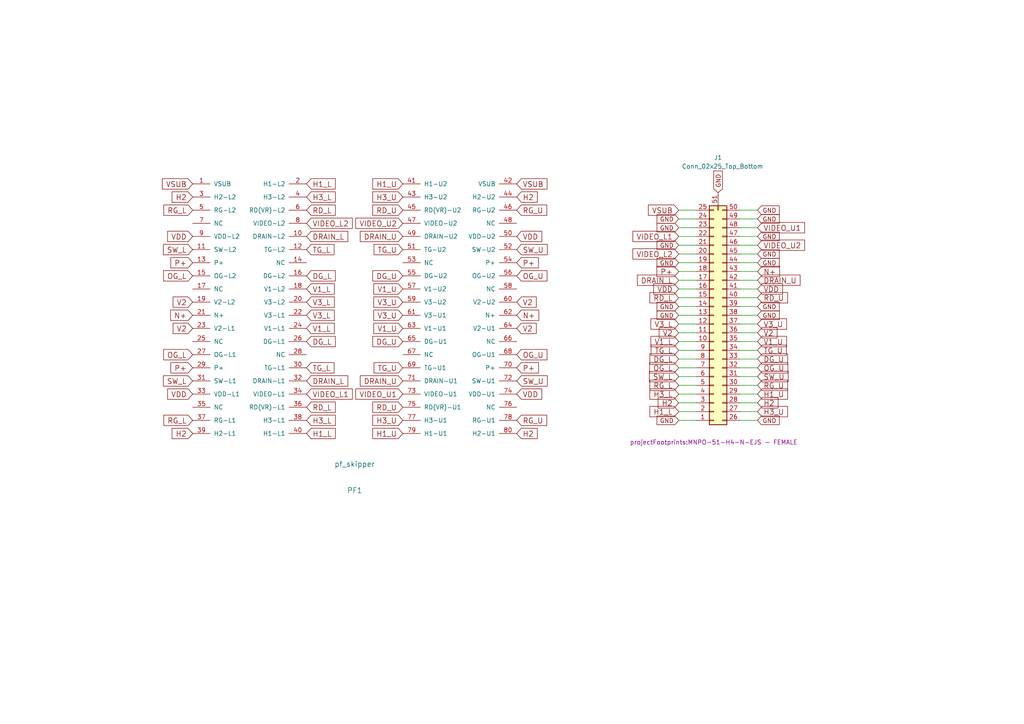
<source format=kicad_sch>
(kicad_sch (version 20230121) (generator eeschema)
  (paper "A4")
  (lib_symbols
    (symbol "Connector_Generic:Conn_02x25_Top_Bottom" (pin_names (offset 1.016) hide)
      (property "Reference" "J1" (at 1.27 -45.72 0))
      (property "Value" "Conn_02x25_Top_Bottom" (at 2.54 -43.18 0))
      (property "Footprint" "projectFootprints:MNPO-51-H4-N-EJS - FEMALE" (at 0 36.83 0))
      (symbol "Conn_02x25_Top_Bottom_1_1"
        (rectangle (start -1.27 -30.353) (end 0 -30.607) (stroke (width 0.1524)))
        (rectangle (start -1.27 -27.813) (end 0 -28.067) (stroke (width 0.1524)))
        (rectangle (start -1.27 -25.273) (end 0 -25.527) (stroke (width 0.1524)))
        (rectangle (start -1.27 -22.733) (end 0 -22.987) (stroke (width 0.1524)))
        (rectangle (start -1.27 -20.193) (end 0 -20.447) (stroke (width 0.1524)))
        (rectangle (start -1.27 -17.653) (end 0 -17.907) (stroke (width 0.1524)))
        (rectangle (start -1.27 -15.113) (end 0 -15.367) (stroke (width 0.1524)))
        (rectangle (start -1.27 -12.573) (end 0 -12.827) (stroke (width 0.1524)))
        (rectangle (start -1.27 -10.033) (end 0 -10.287) (stroke (width 0.1524)))
        (rectangle (start -1.27 -7.493) (end 0 -7.747) (stroke (width 0.1524)))
        (rectangle (start -1.27 -4.953) (end 0 -5.207) (stroke (width 0.1524)))
        (rectangle (start -1.27 -2.413) (end 0 -2.667) (stroke (width 0.1524)))
        (rectangle (start -1.27 0.127) (end 0 -0.127) (stroke (width 0.1524)))
        (rectangle (start -1.27 2.667) (end 0 2.413) (stroke (width 0.1524)))
        (rectangle (start -1.27 5.207) (end 0 4.953) (stroke (width 0.1524)))
        (rectangle (start -1.27 7.747) (end 0 7.493) (stroke (width 0.1524)))
        (rectangle (start -1.27 10.287) (end 0 10.033) (stroke (width 0.1524)))
        (rectangle (start -1.27 12.827) (end 0 12.573) (stroke (width 0.1524)))
        (rectangle (start -1.27 15.367) (end 0 15.113) (stroke (width 0.1524)))
        (rectangle (start -1.27 17.907) (end 0 17.653) (stroke (width 0.1524)))
        (rectangle (start -1.27 20.447) (end 0 20.193) (stroke (width 0.1524)))
        (rectangle (start -1.27 22.987) (end 0 22.733) (stroke (width 0.1524)))
        (rectangle (start -1.27 25.527) (end 0 25.273) (stroke (width 0.1524)))
        (rectangle (start -1.27 28.067) (end 0 27.813) (stroke (width 0.1524)))
        (rectangle (start -1.27 30.607) (end 0 30.353) (stroke (width 0.1524)))
        (rectangle (start -1.27 31.75) (end 3.81 -31.75) (stroke (width 0.254)) (fill (type background)))
        (rectangle (start 1.397 -30.48) (end 1.143 -31.75) (stroke (width 0.1524)))
        (rectangle (start 2.54 -30.353) (end 3.81 -30.607) (stroke (width 0.1524)))
        (rectangle (start 3.81 -27.813) (end 2.54 -28.067) (stroke (width 0.1524)))
        (rectangle (start 3.81 -25.273) (end 2.54 -25.527) (stroke (width 0.1524)))
        (rectangle (start 3.81 -22.733) (end 2.54 -22.987) (stroke (width 0.1524)))
        (rectangle (start 3.81 -20.193) (end 2.54 -20.447) (stroke (width 0.1524)))
        (rectangle (start 3.81 -17.653) (end 2.54 -17.907) (stroke (width 0.1524)))
        (rectangle (start 3.81 -15.113) (end 2.54 -15.367) (stroke (width 0.1524)))
        (rectangle (start 3.81 -12.573) (end 2.54 -12.827) (stroke (width 0.1524)))
        (rectangle (start 3.81 -10.033) (end 2.54 -10.287) (stroke (width 0.1524)))
        (rectangle (start 3.81 -7.493) (end 2.54 -7.747) (stroke (width 0.1524)))
        (rectangle (start 3.81 -4.953) (end 2.54 -5.207) (stroke (width 0.1524)))
        (rectangle (start 3.81 -2.413) (end 2.54 -2.667) (stroke (width 0.1524)))
        (rectangle (start 3.81 0.127) (end 2.54 -0.127) (stroke (width 0.1524)))
        (rectangle (start 3.81 2.667) (end 2.54 2.413) (stroke (width 0.1524)))
        (rectangle (start 3.81 5.207) (end 2.54 4.953) (stroke (width 0.1524)))
        (rectangle (start 3.81 7.747) (end 2.54 7.493) (stroke (width 0.1524)))
        (rectangle (start 3.81 10.287) (end 2.54 10.033) (stroke (width 0.1524)))
        (rectangle (start 3.81 12.827) (end 2.54 12.573) (stroke (width 0.1524)))
        (rectangle (start 3.81 15.367) (end 2.54 15.113) (stroke (width 0.1524)))
        (rectangle (start 3.81 17.907) (end 2.54 17.653) (stroke (width 0.1524)))
        (rectangle (start 3.81 20.447) (end 2.54 20.193) (stroke (width 0.1524)))
        (rectangle (start 3.81 22.987) (end 2.54 22.733) (stroke (width 0.1524)))
        (rectangle (start 3.81 25.527) (end 2.54 25.273) (stroke (width 0.1524)))
        (rectangle (start 3.81 28.067) (end 2.54 27.813) (stroke (width 0.1524)))
        (rectangle (start 3.81 30.607) (end 2.54 30.353) (stroke (width 0.1524)))
        (pin passive line (at -5.08 30.48 0) (length 3.81) (name "Pin_1") (number "1"))
        (pin passive line (at -5.08 7.62 0) (length 3.81) (name "Pin_10") (number "10"))
        (pin passive line (at -5.08 5.08 0) (length 3.81) (name "Pin_11") (number "11"))
        (pin passive line (at -5.08 2.54 0) (length 3.81) (name "Pin_12") (number "12"))
        (pin passive line (at -5.08 0 0) (length 3.81) (name "Pin_13") (number "13"))
        (pin passive line (at -5.08 -2.54 0) (length 3.81) (name "Pin_14") (number "14"))
        (pin passive line (at -5.08 -5.08 0) (length 3.81) (name "Pin_15") (number "15"))
        (pin passive line (at -5.08 -7.62 0) (length 3.81) (name "Pin_16") (number "16"))
        (pin passive line (at -5.08 -10.16 0) (length 3.81) (name "Pin_17") (number "17"))
        (pin passive line (at -5.08 -12.7 0) (length 3.81) (name "Pin_18") (number "18"))
        (pin passive line (at -5.08 -15.24 0) (length 3.81) (name "Pin_19") (number "19"))
        (pin passive line (at -5.08 27.94 0) (length 3.81) (name "Pin_2") (number "2"))
        (pin passive line (at -5.08 -17.78 0) (length 3.81) (name "Pin_20") (number "20"))
        (pin passive line (at -5.08 -20.32 0) (length 3.81) (name "Pin_21") (number "21"))
        (pin passive line (at -5.08 -22.86 0) (length 3.81) (name "Pin_22") (number "22"))
        (pin passive line (at -5.08 -25.4 0) (length 3.81) (name "Pin_23") (number "23"))
        (pin passive line (at -5.08 -27.94 0) (length 3.81) (name "Pin_24") (number "24"))
        (pin passive line (at -5.08 -30.48 0) (length 3.81) (name "Pin_25") (number "25"))
        (pin passive line (at 7.62 30.48 180) (length 3.81) (name "Pin_26") (number "26"))
        (pin passive line (at 7.62 27.94 180) (length 3.81) (name "Pin_27") (number "27"))
        (pin passive line (at 7.62 25.4 180) (length 3.81) (name "Pin_28") (number "28"))
        (pin passive line (at 7.62 22.86 180) (length 3.81) (name "Pin_29") (number "29"))
        (pin passive line (at -5.08 25.4 0) (length 3.81) (name "Pin_3") (number "3"))
        (pin passive line (at 7.62 20.32 180) (length 3.81) (name "Pin_30") (number "30"))
        (pin passive line (at 7.62 17.78 180) (length 3.81) (name "Pin_31") (number "31"))
        (pin passive line (at 7.62 15.24 180) (length 3.81) (name "Pin_32") (number "32"))
        (pin passive line (at 7.62 12.7 180) (length 3.81) (name "Pin_33") (number "33"))
        (pin passive line (at 7.62 10.16 180) (length 3.81) (name "Pin_34") (number "34"))
        (pin passive line (at 7.62 7.62 180) (length 3.81) (name "Pin_35") (number "35"))
        (pin passive line (at 7.62 5.08 180) (length 3.81) (name "Pin_36") (number "36"))
        (pin passive line (at 7.62 2.54 180) (length 3.81) (name "Pin_37") (number "37"))
        (pin passive line (at 7.62 0 180) (length 3.81) (name "Pin_38") (number "38"))
        (pin passive line (at 7.62 -2.54 180) (length 3.81) (name "Pin_39") (number "39"))
        (pin passive line (at -5.08 22.86 0) (length 3.81) (name "Pin_4") (number "4"))
        (pin passive line (at 7.62 -5.08 180) (length 3.81) (name "Pin_40") (number "40"))
        (pin passive line (at 7.62 -7.62 180) (length 3.81) (name "Pin_41") (number "41"))
        (pin passive line (at 7.62 -10.16 180) (length 3.81) (name "Pin_42") (number "42"))
        (pin passive line (at 7.62 -12.7 180) (length 3.81) (name "Pin_43") (number "43"))
        (pin passive line (at 7.62 -15.24 180) (length 3.81) (name "Pin_44") (number "44"))
        (pin passive line (at 7.62 -17.78 180) (length 3.81) (name "Pin_45") (number "45"))
        (pin passive line (at 7.62 -20.32 180) (length 3.81) (name "Pin_46") (number "46"))
        (pin passive line (at 7.62 -22.86 180) (length 3.81) (name "Pin_47") (number "47"))
        (pin passive line (at 7.62 -25.4 180) (length 3.81) (name "Pin_48") (number "48"))
        (pin passive line (at 7.62 -27.94 180) (length 3.81) (name "Pin_49") (number "49"))
        (pin passive line (at -5.08 20.32 0) (length 3.81) (name "Pin_5") (number "5"))
        (pin passive line (at 7.62 -30.48 180) (length 3.81) (name "Pin_50") (number "50"))
        (pin passive line (at 1.27 -35.56 90) (length 3.81) (name "Pin_50") (number "51"))
        (pin passive line (at -5.08 17.78 0) (length 3.81) (name "Pin_6") (number "6"))
        (pin passive line (at -5.08 15.24 0) (length 3.81) (name "Pin_7") (number "7"))
        (pin passive line (at -5.08 12.7 0) (length 3.81) (name "Pin_8") (number "8"))
        (pin passive line (at -5.08 10.16 0) (length 3.81) (name "Pin_9") (number "9"))
      )
    )
    (symbol "PF4flexTest-rescue:pf_skipper" (pin_names (offset 1.016))
      (property "Reference" "PF" (at 0 -50.8 0))
      (property "Value" "pf_skipper" (at 0 -43.18 0))
      (symbol "pf_skipper_1_1"
        (pin input line (at -46.99 38.1 0) (length 5.08) (name "VSUB") (number "1"))
        (pin input line (at -13.97 22.86 180) (length 5.08) (name "DRAIN-L2") (number "10"))
        (pin input line (at -46.99 19.05 0) (length 5.08) (name "SW-L2") (number "11"))
        (pin input line (at -13.97 19.05 180) (length 5.08) (name "TG-L2") (number "12"))
        (pin input line (at -46.99 15.24 0) (length 5.08) (name "P+") (number "13"))
        (pin input line (at -13.97 15.24 180) (length 5.08) (name "NC") (number "14"))
        (pin input line (at -46.99 11.43 0) (length 5.08) (name "OG-L2") (number "15"))
        (pin input line (at -13.97 11.43 180) (length 5.08) (name "DG-L2") (number "16"))
        (pin input line (at -46.99 7.62 0) (length 5.08) (name "NC") (number "17"))
        (pin input line (at -13.97 7.62 180) (length 5.08) (name "V1-L2") (number "18"))
        (pin input line (at -46.99 3.81 0) (length 5.08) (name "V2-L2") (number "19"))
        (pin input line (at -13.97 38.1 180) (length 5.08) (name "H1-L2") (number "2"))
        (pin input line (at -13.97 3.81 180) (length 5.08) (name "V3-L2") (number "20"))
        (pin input line (at -46.99 0 0) (length 5.08) (name "N+") (number "21"))
        (pin input line (at -13.97 0 180) (length 5.08) (name "V3-L1") (number "22"))
        (pin input line (at -46.99 -3.81 0) (length 5.08) (name "V2-L1") (number "23"))
        (pin input line (at -13.97 -3.81 180) (length 5.08) (name "V1-L1") (number "24"))
        (pin input line (at -46.99 -7.62 0) (length 5.08) (name "NC") (number "25"))
        (pin input line (at -13.97 -7.62 180) (length 5.08) (name "DG-L1") (number "26"))
        (pin input line (at -46.99 -11.43 0) (length 5.08) (name "OG-L1") (number "27"))
        (pin input line (at -13.97 -11.43 180) (length 5.08) (name "NC") (number "28"))
        (pin input line (at -46.99 -15.24 0) (length 5.08) (name "P+") (number "29"))
        (pin input line (at -46.99 34.29 0) (length 5.08) (name "H2-L2") (number "3"))
        (pin input line (at -13.97 -15.24 180) (length 5.08) (name "TG-L1") (number "30"))
        (pin input line (at -46.99 -19.05 0) (length 5.08) (name "SW-L1") (number "31"))
        (pin input line (at -13.97 -19.05 180) (length 5.08) (name "DRAIN-L1") (number "32"))
        (pin input line (at -46.99 -22.86 0) (length 5.08) (name "VDD-L1") (number "33"))
        (pin input line (at -13.97 -22.86 180) (length 5.08) (name "VIDEO-L1") (number "34"))
        (pin input line (at -46.99 -26.67 0) (length 5.08) (name "NC") (number "35"))
        (pin input line (at -13.97 -26.67 180) (length 5.08) (name "RD(VR)-L1") (number "36"))
        (pin input line (at -46.99 -30.48 0) (length 5.08) (name "RG-L1") (number "37"))
        (pin input line (at -13.97 -30.48 180) (length 5.08) (name "H3-L1") (number "38"))
        (pin input line (at -46.99 -34.29 0) (length 5.08) (name "H2-L1") (number "39"))
        (pin input line (at -13.97 34.29 180) (length 5.08) (name "H3-L2") (number "4"))
        (pin input line (at -13.97 -34.29 180) (length 5.08) (name "H1-L1") (number "40"))
        (pin input line (at 13.97 38.1 0) (length 5.08) (name "H1-U2") (number "41"))
        (pin input line (at 46.99 38.1 180) (length 5.08) (name "VSUB") (number "42"))
        (pin input line (at 13.97 34.29 0) (length 5.08) (name "H3-U2") (number "43"))
        (pin input line (at 46.99 34.29 180) (length 5.08) (name "H2-U2") (number "44"))
        (pin input line (at 13.97 30.48 0) (length 5.08) (name "RD(VR)-U2") (number "45"))
        (pin input line (at 46.99 30.48 180) (length 5.08) (name "RG-U2") (number "46"))
        (pin input line (at 13.97 26.67 0) (length 5.08) (name "VIDEO-U2") (number "47"))
        (pin input line (at 46.99 26.67 180) (length 5.08) (name "NC") (number "48"))
        (pin input line (at 13.97 22.86 0) (length 5.08) (name "DRAIN-U2") (number "49"))
        (pin input line (at -46.99 30.48 0) (length 5.08) (name "RG-L2") (number "5"))
        (pin input line (at 46.99 22.86 180) (length 5.08) (name "VDD-U2") (number "50"))
        (pin input line (at 13.97 19.05 0) (length 5.08) (name "TG-U2") (number "51"))
        (pin input line (at 46.99 19.05 180) (length 5.08) (name "SW-U2") (number "52"))
        (pin input line (at 13.97 15.24 0) (length 5.08) (name "NC") (number "53"))
        (pin input line (at 46.99 15.24 180) (length 5.08) (name "P+") (number "54"))
        (pin input line (at 13.97 11.43 0) (length 5.08) (name "DG-U2") (number "55"))
        (pin input line (at 46.99 11.43 180) (length 5.08) (name "OG-U2") (number "56"))
        (pin input line (at 13.97 7.62 0) (length 5.08) (name "V1-U2") (number "57"))
        (pin input line (at 46.99 7.62 180) (length 5.08) (name "NC") (number "58"))
        (pin input line (at 13.97 3.81 0) (length 5.08) (name "V3-U2") (number "59"))
        (pin input line (at -13.97 30.48 180) (length 5.08) (name "RD(VR)-L2") (number "6"))
        (pin input line (at 46.99 3.81 180) (length 5.08) (name "V2-U2") (number "60"))
        (pin input line (at 13.97 0 0) (length 5.08) (name "V3-U1") (number "61"))
        (pin input line (at 46.99 0 180) (length 5.08) (name "N+") (number "62"))
        (pin input line (at 13.97 -3.81 0) (length 5.08) (name "V1-U1") (number "63"))
        (pin input line (at 46.99 -3.81 180) (length 5.08) (name "V2-U1") (number "64"))
        (pin input line (at 13.97 -7.62 0) (length 5.08) (name "DG-U1") (number "65"))
        (pin input line (at 46.99 -7.62 180) (length 5.08) (name "NC") (number "66"))
        (pin input line (at 13.97 -11.43 0) (length 5.08) (name "NC") (number "67"))
        (pin input line (at 46.99 -11.43 180) (length 5.08) (name "OG-U1") (number "68"))
        (pin input line (at 13.97 -15.24 0) (length 5.08) (name "TG-U1") (number "69"))
        (pin input line (at -46.99 26.67 0) (length 5.08) (name "NC") (number "7"))
        (pin input line (at 46.99 -15.24 180) (length 5.08) (name "P+") (number "70"))
        (pin input line (at 13.97 -19.05 0) (length 5.08) (name "DRAIN-U1") (number "71"))
        (pin input line (at 46.99 -19.05 180) (length 5.08) (name "SW-U1") (number "72"))
        (pin input line (at 13.97 -22.86 0) (length 5.08) (name "VIDEO-U1") (number "73"))
        (pin input line (at 46.99 -22.86 180) (length 5.08) (name "VDD-U1") (number "74"))
        (pin input line (at 13.97 -26.67 0) (length 5.08) (name "RD(VR)-U1") (number "75"))
        (pin input line (at 46.99 -26.67 180) (length 5.08) (name "NC") (number "76"))
        (pin input line (at 13.97 -30.48 0) (length 5.08) (name "H3-U1") (number "77"))
        (pin input line (at 46.99 -30.48 180) (length 5.08) (name "RG-U1") (number "78"))
        (pin input line (at 13.97 -34.29 0) (length 5.08) (name "H1-U1") (number "79"))
        (pin input line (at -13.97 26.67 180) (length 5.08) (name "VIDEO-L2") (number "8"))
        (pin input line (at 46.99 -34.29 180) (length 5.08) (name "H2-U1") (number "80"))
        (pin input line (at -46.99 22.86 0) (length 5.08) (name "VDD-L2") (number "9"))
      )
    )
  )
  (wire (pts (xy 214.63 99.06) (xy 219.71 99.06)))
  (wire (pts (xy 201.93 109.22) (xy 196.85 109.22)))
  (wire (pts (xy 214.63 109.22) (xy 219.71 109.22)))
  (wire (pts (xy 219.71 73.66) (xy 214.63 73.66)))
  (wire (pts (xy 214.63 76.2) (xy 219.71 76.2)))
  (wire (pts (xy 219.71 81.28) (xy 214.63 81.28)))
  (wire (pts (xy 201.93 73.66) (xy 196.85 73.66)))
  (wire (pts (xy 214.63 104.14) (xy 219.71 104.14)))
  (wire (pts (xy 219.71 86.36) (xy 214.63 86.36)))
  (wire (pts (xy 201.93 101.6) (xy 196.85 101.6)))
  (wire (pts (xy 214.63 119.38) (xy 219.71 119.38)))
  (wire (pts (xy 214.63 71.12) (xy 219.71 71.12)))
  (wire (pts (xy 201.93 78.74) (xy 196.85 78.74)))
  (wire (pts (xy 201.93 81.28) (xy 196.85 81.28)))
  (wire (pts (xy 219.71 63.5) (xy 214.63 63.5)))
  (wire (pts (xy 196.85 63.5) (xy 201.93 63.5)))
  (wire (pts (xy 214.63 101.6) (xy 219.71 101.6)))
  (wire (pts (xy 196.85 104.14) (xy 201.93 104.14)))
  (wire (pts (xy 219.71 91.44) (xy 214.63 91.44)))
  (wire (pts (xy 219.71 96.52) (xy 214.63 96.52)))
  (wire (pts (xy 201.93 96.52) (xy 196.85 96.52)))
  (wire (pts (xy 196.85 88.9) (xy 201.93 88.9)))
  (wire (pts (xy 219.71 78.74) (xy 214.63 78.74)))
  (wire (pts (xy 214.63 111.76) (xy 219.71 111.76)))
  (wire (pts (xy 201.93 71.12) (xy 196.85 71.12)))
  (wire (pts (xy 196.85 121.92) (xy 201.93 121.92)))
  (wire (pts (xy 201.93 76.2) (xy 196.85 76.2)))
  (wire (pts (xy 219.71 121.92) (xy 214.63 121.92)))
  (wire (pts (xy 214.63 114.3) (xy 219.71 114.3)))
  (wire (pts (xy 201.93 66.04) (xy 196.85 66.04)))
  (wire (pts (xy 196.85 99.06) (xy 201.93 99.06)))
  (wire (pts (xy 201.93 116.84) (xy 196.85 116.84)))
  (wire (pts (xy 201.93 91.44) (xy 196.85 91.44)))
  (wire (pts (xy 196.85 68.58) (xy 201.93 68.58)))
  (wire (pts (xy 214.63 60.96) (xy 219.71 60.96)))
  (wire (pts (xy 214.63 83.82) (xy 219.71 83.82)))
  (wire (pts (xy 196.85 114.3) (xy 201.93 114.3)))
  (wire (pts (xy 196.85 93.98) (xy 201.93 93.98)))
  (wire (pts (xy 196.85 83.82) (xy 201.93 83.82)))
  (wire (pts (xy 214.63 93.98) (xy 219.71 93.98)))
  (wire (pts (xy 214.63 66.04) (xy 219.71 66.04)))
  (wire (pts (xy 201.93 86.36) (xy 196.85 86.36)))
  (wire (pts (xy 214.63 106.68) (xy 219.71 106.68)))
  (wire (pts (xy 201.93 60.96) (xy 196.85 60.96)))
  (wire (pts (xy 201.93 119.38) (xy 196.85 119.38)))
  (wire (pts (xy 219.71 68.58) (xy 214.63 68.58)))
  (wire (pts (xy 214.63 88.9) (xy 219.71 88.9)))
  (wire (pts (xy 201.93 111.76) (xy 196.85 111.76)))
  (wire (pts (xy 201.93 106.68) (xy 196.85 106.68)))
  (wire (pts (xy 219.71 116.84) (xy 214.63 116.84)))
  (global_label "N+" (shape input) (at 219.71 78.74 0) (effects (font (size 1.524 1.524))) (property "Intersheetrefs" "${INTERSHEET_REFS}" (effects hide)))
  (global_label "DRAIN_L" (shape input) (at 88.9 68.58 0) (effects (font (size 1.524 1.524))) (property "Intersheetrefs" "${INTERSHEET_REFS}" (effects hide)))
  (global_label "DRAIN_U" (shape input) (at 219.71 81.28 0) (effects (font (size 1.524 1.524))) (property "Intersheetrefs" "${INTERSHEET_REFS}" (effects hide)))
  (global_label "OG_U" (shape input) (at 149.86 102.87 0) (effects (font (size 1.524 1.524))) (property "Intersheetrefs" "${INTERSHEET_REFS}" (effects hide)))
  (global_label "V1_L" (shape input) (at 88.9 95.25 0) (effects (font (size 1.524 1.524))) (property "Intersheetrefs" "${INTERSHEET_REFS}" (effects hide)))
  (global_label "V3_L" (shape input) (at 88.9 87.63 0) (effects (font (size 1.524 1.524))) (property "Intersheetrefs" "${INTERSHEET_REFS}" (effects hide)))
  (global_label "TG_U" (shape input) (at 116.84 106.68 180) (effects (font (size 1.524 1.524))) (property "Intersheetrefs" "${INTERSHEET_REFS}" (effects hide)))
  (global_label "VDD" (shape input) (at 149.86 68.58 0) (effects (font (size 1.524 1.524))) (property "Intersheetrefs" "${INTERSHEET_REFS}" (effects hide)))
  (global_label "N+" (shape input) (at 149.86 91.44 0) (effects (font (size 1.524 1.524))) (property "Intersheetrefs" "${INTERSHEET_REFS}" (effects hide)))
  (global_label "H3_U" (shape input) (at 219.71 119.38 0) (effects (font (size 1.524 1.524))) (property "Intersheetrefs" "${INTERSHEET_REFS}" (effects hide)))
  (global_label "GND" (shape input) (at 196.85 91.44 180) (property "Intersheetrefs" "${INTERSHEET_REFS}" (effects hide)))
  (global_label "DG_L" (shape input) (at 88.9 80.01 0) (effects (font (size 1.524 1.524))) (property "Intersheetrefs" "${INTERSHEET_REFS}" (effects hide)))
  (global_label "RG_L" (shape input) (at 55.88 60.96 180) (effects (font (size 1.524 1.524))) (property "Intersheetrefs" "${INTERSHEET_REFS}" (effects hide)))
  (global_label "RD_L" (shape input) (at 88.9 118.11 0) (effects (font (size 1.524 1.524))) (property "Intersheetrefs" "${INTERSHEET_REFS}" (effects hide)))
  (global_label "GND" (shape input) (at 196.85 71.12 180) (property "Intersheetrefs" "${INTERSHEET_REFS}" (effects hide)))
  (global_label "VIDEO_U2" (shape input) (at 116.84 64.77 180) (effects (font (size 1.524 1.524))) (property "Intersheetrefs" "${INTERSHEET_REFS}" (effects hide)))
  (global_label "V3_U" (shape input) (at 116.84 87.63 180) (effects (font (size 1.524 1.524))) (property "Intersheetrefs" "${INTERSHEET_REFS}" (effects hide)))
  (global_label "V3_L" (shape input) (at 196.85 93.98 180) (effects (font (size 1.524 1.524))) (property "Intersheetrefs" "${INTERSHEET_REFS}" (effects hide)))
  (global_label "V2" (shape input) (at 55.88 87.63 180) (effects (font (size 1.524 1.524))) (property "Intersheetrefs" "${INTERSHEET_REFS}" (effects hide)))
  (global_label "V2" (shape input) (at 149.86 95.25 0) (effects (font (size 1.524 1.524))) (property "Intersheetrefs" "${INTERSHEET_REFS}" (effects hide)))
  (global_label "V3_L" (shape input) (at 88.9 91.44 0) (effects (font (size 1.524 1.524))) (property "Intersheetrefs" "${INTERSHEET_REFS}" (effects hide)))
  (global_label "OG_L" (shape input) (at 55.88 80.01 180) (effects (font (size 1.524 1.524))) (property "Intersheetrefs" "${INTERSHEET_REFS}" (effects hide)))
  (global_label "GND" (shape input) (at 219.71 73.66 0) (property "Intersheetrefs" "${INTERSHEET_REFS}" (effects hide)))
  (global_label "VSUB" (shape input) (at 196.85 60.96 180) (effects (font (size 1.524 1.524))) (property "Intersheetrefs" "${INTERSHEET_REFS}" (effects hide)))
  (global_label "H3_U" (shape input) (at 116.84 121.92 180) (effects (font (size 1.524 1.524))) (property "Intersheetrefs" "${INTERSHEET_REFS}" (effects hide)))
  (global_label "V2" (shape input) (at 55.88 95.25 180) (effects (font (size 1.524 1.524))) (property "Intersheetrefs" "${INTERSHEET_REFS}" (effects hide)))
  (global_label "GND" (shape input) (at 196.85 63.5 180) (property "Intersheetrefs" "${INTERSHEET_REFS}" (effects hide)))
  (global_label "VDD" (shape input) (at 196.85 83.82 180) (effects (font (size 1.524 1.524))) (property "Intersheetrefs" "${INTERSHEET_REFS}" (effects hide)))
  (global_label "RG_L" (shape input) (at 55.88 121.92 180) (effects (font (size 1.524 1.524))) (property "Intersheetrefs" "${INTERSHEET_REFS}" (effects hide)))
  (global_label "H2" (shape input) (at 149.86 125.73 0) (effects (font (size 1.524 1.524))) (property "Intersheetrefs" "${INTERSHEET_REFS}" (effects hide)))
  (global_label "H1_L" (shape input) (at 88.9 125.73 0) (effects (font (size 1.524 1.524))) (property "Intersheetrefs" "${INTERSHEET_REFS}" (effects hide)))
  (global_label "GND" (shape input) (at 219.71 121.92 0) (property "Intersheetrefs" "${INTERSHEET_REFS}" (effects hide)))
  (global_label "N+" (shape input) (at 55.88 91.44 180) (effects (font (size 1.524 1.524))) (property "Intersheetrefs" "${INTERSHEET_REFS}" (effects hide)))
  (global_label "DRAIN_U" (shape input) (at 116.84 110.49 180) (effects (font (size 1.524 1.524))) (property "Intersheetrefs" "${INTERSHEET_REFS}" (effects hide)))
  (global_label "OG_L" (shape input) (at 55.88 102.87 180) (effects (font (size 1.524 1.524))) (property "Intersheetrefs" "${INTERSHEET_REFS}" (effects hide)))
  (global_label "RG_U" (shape input) (at 219.71 111.76 0) (effects (font (size 1.524 1.524))) (property "Intersheetrefs" "${INTERSHEET_REFS}" (effects hide)))
  (global_label "DRAIN_L" (shape input) (at 196.85 81.28 180) (effects (font (size 1.524 1.524))) (property "Intersheetrefs" "${INTERSHEET_REFS}" (effects hide)))
  (global_label "VIDEO_L2" (shape input) (at 196.85 73.66 180) (effects (font (size 1.524 1.524))) (property "Intersheetrefs" "${INTERSHEET_REFS}" (effects hide)))
  (global_label "DRAIN_L" (shape input) (at 88.9 110.49 0) (effects (font (size 1.524 1.524))) (property "Intersheetrefs" "${INTERSHEET_REFS}" (effects hide)))
  (global_label "RG_U" (shape input) (at 149.86 60.96 0) (effects (font (size 1.524 1.524))) (property "Intersheetrefs" "${INTERSHEET_REFS}" (effects hide)))
  (global_label "GND" (shape input) (at 219.71 60.96 0) (property "Intersheetrefs" "${INTERSHEET_REFS}" (effects hide)))
  (global_label "P+" (shape input) (at 55.88 76.2 180) (effects (font (size 1.524 1.524))) (property "Intersheetrefs" "${INTERSHEET_REFS}" (effects hide)))
  (global_label "DG_U" (shape input) (at 219.71 104.14 0) (effects (font (size 1.524 1.524))) (property "Intersheetrefs" "${INTERSHEET_REFS}" (effects hide)))
  (global_label "V2" (shape input) (at 219.71 96.52 0) (effects (font (size 1.524 1.524))) (property "Intersheetrefs" "${INTERSHEET_REFS}" (effects hide)))
  (global_label "OG_U" (shape input) (at 149.86 80.01 0) (effects (font (size 1.524 1.524))) (property "Intersheetrefs" "${INTERSHEET_REFS}" (effects hide)))
  (global_label "GND" (shape input) (at 208.28 55.88 90) (property "Intersheetrefs" "${INTERSHEET_REFS}" (effects hide)))
  (global_label "H3_L" (shape input) (at 88.9 121.92 0) (effects (font (size 1.524 1.524))) (property "Intersheetrefs" "${INTERSHEET_REFS}" (effects hide)))
  (global_label "DG_U" (shape input) (at 116.84 80.01 180) (effects (font (size 1.524 1.524))) (property "Intersheetrefs" "${INTERSHEET_REFS}" (effects hide)))
  (global_label "V1_U" (shape input) (at 116.84 95.25 180) (effects (font (size 1.524 1.524))) (property "Intersheetrefs" "${INTERSHEET_REFS}" (effects hide)))
  (global_label "TG_U" (shape input) (at 219.71 101.6 0) (effects (font (size 1.524 1.524))) (property "Intersheetrefs" "${INTERSHEET_REFS}" (effects hide)))
  (global_label "H1_U" (shape input) (at 219.71 114.3 0) (effects (font (size 1.524 1.524))) (property "Intersheetrefs" "${INTERSHEET_REFS}" (effects hide)))
  (global_label "V1_U" (shape input) (at 116.84 83.82 180) (effects (font (size 1.524 1.524))) (property "Intersheetrefs" "${INTERSHEET_REFS}" (effects hide)))
  (global_label "H2" (shape input) (at 219.71 116.84 0) (effects (font (size 1.524 1.524))) (property "Intersheetrefs" "${INTERSHEET_REFS}" (effects hide)))
  (global_label "P+" (shape input) (at 149.86 76.2 0) (effects (font (size 1.524 1.524))) (property "Intersheetrefs" "${INTERSHEET_REFS}" (effects hide)))
  (global_label "VIDEO_U2" (shape input) (at 219.71 71.12 0) (effects (font (size 1.524 1.524))) (property "Intersheetrefs" "${INTERSHEET_REFS}" (effects hide)))
  (global_label "P+" (shape input) (at 196.85 78.74 180) (effects (font (size 1.524 1.524))) (property "Intersheetrefs" "${INTERSHEET_REFS}" (effects hide)))
  (global_label "DG_L" (shape input) (at 88.9 99.06 0) (effects (font (size 1.524 1.524))) (property "Intersheetrefs" "${INTERSHEET_REFS}" (effects hide)))
  (global_label "H2" (shape input) (at 55.88 125.73 180) (effects (font (size 1.524 1.524))) (property "Intersheetrefs" "${INTERSHEET_REFS}" (effects hide)))
  (global_label "RG_U" (shape input) (at 149.86 121.92 0) (effects (font (size 1.524 1.524))) (property "Intersheetrefs" "${INTERSHEET_REFS}" (effects hide)))
  (global_label "DRAIN_U" (shape input) (at 116.84 68.58 180) (effects (font (size 1.524 1.524))) (property "Intersheetrefs" "${INTERSHEET_REFS}" (effects hide)))
  (global_label "SW_L" (shape input) (at 196.85 109.22 180) (effects (font (size 1.524 1.524))) (property "Intersheetrefs" "${INTERSHEET_REFS}" (effects hide)))
  (global_label "H2" (shape input) (at 196.85 116.84 180) (effects (font (size 1.524 1.524))) (property "Intersheetrefs" "${INTERSHEET_REFS}" (effects hide)))
  (global_label "SW_L" (shape input) (at 55.88 72.39 180) (effects (font (size 1.524 1.524))) (property "Intersheetrefs" "${INTERSHEET_REFS}" (effects hide)))
  (global_label "SW_U" (shape input) (at 149.86 72.39 0) (effects (font (size 1.524 1.524))) (property "Intersheetrefs" "${INTERSHEET_REFS}" (effects hide)))
  (global_label "TG_L" (shape input) (at 88.9 72.39 0) (effects (font (size 1.524 1.524))) (property "Intersheetrefs" "${INTERSHEET_REFS}" (effects hide)))
  (global_label "GND" (shape input) (at 196.85 76.2 180) (property "Intersheetrefs" "${INTERSHEET_REFS}" (effects hide)))
  (global_label "OG_L" (shape input) (at 196.85 106.68 180) (effects (font (size 1.524 1.524))) (property "Intersheetrefs" "${INTERSHEET_REFS}" (effects hide)))
  (global_label "VDD" (shape input) (at 55.88 114.3 180) (effects (font (size 1.524 1.524))) (property "Intersheetrefs" "${INTERSHEET_REFS}" (effects hide)))
  (global_label "VIDEO_L2" (shape input) (at 88.9 64.77 0) (effects (font (size 1.524 1.524))) (property "Intersheetrefs" "${INTERSHEET_REFS}" (effects hide)))
  (global_label "RG_L" (shape input) (at 196.85 111.76 180) (effects (font (size 1.524 1.524))) (property "Intersheetrefs" "${INTERSHEET_REFS}" (effects hide)))
  (global_label "VIDEO_U1" (shape input) (at 219.71 66.04 0) (effects (font (size 1.524 1.524))) (property "Intersheetrefs" "${INTERSHEET_REFS}" (effects hide)))
  (global_label "GND" (shape input) (at 219.71 91.44 0) (property "Intersheetrefs" "${INTERSHEET_REFS}" (effects hide)))
  (global_label "P+" (shape input) (at 55.88 106.68 180) (effects (font (size 1.524 1.524))) (property "Intersheetrefs" "${INTERSHEET_REFS}" (effects hide)))
  (global_label "TG_L" (shape input) (at 196.85 101.6 180) (effects (font (size 1.524 1.524))) (property "Intersheetrefs" "${INTERSHEET_REFS}" (effects hide)))
  (global_label "DG_L" (shape input) (at 196.85 104.14 180) (effects (font (size 1.524 1.524))) (property "Intersheetrefs" "${INTERSHEET_REFS}" (effects hide)))
  (global_label "H2" (shape input) (at 55.88 57.15 180) (effects (font (size 1.524 1.524))) (property "Intersheetrefs" "${INTERSHEET_REFS}" (effects hide)))
  (global_label "RD_L" (shape input) (at 88.9 60.96 0) (effects (font (size 1.524 1.524))) (property "Intersheetrefs" "${INTERSHEET_REFS}" (effects hide)))
  (global_label "OG_U" (shape input) (at 219.71 106.68 0) (effects (font (size 1.524 1.524))) (property "Intersheetrefs" "${INTERSHEET_REFS}" (effects hide)))
  (global_label "GND" (shape input) (at 196.85 66.04 180) (property "Intersheetrefs" "${INTERSHEET_REFS}" (effects hide)))
  (global_label "DG_U" (shape input) (at 116.84 99.06 180) (effects (font (size 1.524 1.524))) (property "Intersheetrefs" "${INTERSHEET_REFS}" (effects hide)))
  (global_label "V3_U" (shape input) (at 116.84 91.44 180) (effects (font (size 1.524 1.524))) (property "Intersheetrefs" "${INTERSHEET_REFS}" (effects hide)))
  (global_label "H3_L" (shape input) (at 196.85 114.3 180) (effects (font (size 1.524 1.524))) (property "Intersheetrefs" "${INTERSHEET_REFS}" (effects hide)))
  (global_label "SW_U" (shape input) (at 219.71 109.22 0) (effects (font (size 1.524 1.524))) (property "Intersheetrefs" "${INTERSHEET_REFS}" (effects hide)))
  (global_label "SW_L" (shape input) (at 55.88 110.49 180) (effects (font (size 1.524 1.524))) (property "Intersheetrefs" "${INTERSHEET_REFS}" (effects hide)))
  (global_label "H2" (shape input) (at 149.86 57.15 0) (effects (font (size 1.524 1.524))) (property "Intersheetrefs" "${INTERSHEET_REFS}" (effects hide)))
  (global_label "H3_L" (shape input) (at 88.9 57.15 0) (effects (font (size 1.524 1.524))) (property "Intersheetrefs" "${INTERSHEET_REFS}" (effects hide)))
  (global_label "VSUB" (shape input) (at 149.86 53.34 0) (effects (font (size 1.524 1.524))) (property "Intersheetrefs" "${INTERSHEET_REFS}" (effects hide)))
  (global_label "SW_U" (shape input) (at 149.86 110.49 0) (effects (font (size 1.524 1.524))) (property "Intersheetrefs" "${INTERSHEET_REFS}" (effects hide)))
  (global_label "VSUB" (shape input) (at 55.88 53.34 180) (effects (font (size 1.524 1.524))) (property "Intersheetrefs" "${INTERSHEET_REFS}" (effects hide)))
  (global_label "VDD" (shape input) (at 219.71 83.82 0) (effects (font (size 1.524 1.524))) (property "Intersheetrefs" "${INTERSHEET_REFS}" (effects hide)))
  (global_label "V3_U" (shape input) (at 219.71 93.98 0) (effects (font (size 1.524 1.524))) (property "Intersheetrefs" "${INTERSHEET_REFS}" (effects hide)))
  (global_label "H3_U" (shape input) (at 116.84 57.15 180) (effects (font (size 1.524 1.524))) (property "Intersheetrefs" "${INTERSHEET_REFS}" (effects hide)))
  (global_label "GND" (shape input) (at 219.71 88.9 0) (property "Intersheetrefs" "${INTERSHEET_REFS}" (effects hide)))
  (global_label "H1_U" (shape input) (at 116.84 53.34 180) (effects (font (size 1.524 1.524))) (property "Intersheetrefs" "${INTERSHEET_REFS}" (effects hide)))
  (global_label "GND" (shape input) (at 219.71 76.2 0) (property "Intersheetrefs" "${INTERSHEET_REFS}" (effects hide)))
  (global_label "VIDEO_L1" (shape input) (at 196.85 68.58 180) (effects (font (size 1.524 1.524))) (property "Intersheetrefs" "${INTERSHEET_REFS}" (effects hide)))
  (global_label "RD_U" (shape input) (at 219.71 86.36 0) (effects (font (size 1.524 1.524))) (property "Intersheetrefs" "${INTERSHEET_REFS}" (effects hide)))
  (global_label "VIDEO_L1" (shape input) (at 88.9 114.3 0) (effects (font (size 1.524 1.524))) (property "Intersheetrefs" "${INTERSHEET_REFS}" (effects hide)))
  (global_label "VDD" (shape input) (at 149.86 114.3 0) (effects (font (size 1.524 1.524))) (property "Intersheetrefs" "${INTERSHEET_REFS}" (effects hide)))
  (global_label "RD_U" (shape input) (at 116.84 118.11 180) (effects (font (size 1.524 1.524))) (property "Intersheetrefs" "${INTERSHEET_REFS}" (effects hide)))
  (global_label "V1_L" (shape input) (at 88.9 83.82 0) (effects (font (size 1.524 1.524))) (property "Intersheetrefs" "${INTERSHEET_REFS}" (effects hide)))
  (global_label "VDD" (shape input) (at 55.88 68.58 180) (effects (font (size 1.524 1.524))) (property "Intersheetrefs" "${INTERSHEET_REFS}" (effects hide)))
  (global_label "GND" (shape input) (at 219.71 68.58 0) (property "Intersheetrefs" "${INTERSHEET_REFS}" (effects hide)))
  (global_label "V2" (shape input) (at 196.85 96.52 180) (effects (font (size 1.524 1.524))) (property "Intersheetrefs" "${INTERSHEET_REFS}" (effects hide)))
  (global_label "RD_U" (shape input) (at 116.84 60.96 180) (effects (font (size 1.524 1.524))) (property "Intersheetrefs" "${INTERSHEET_REFS}" (effects hide)))
  (global_label "H1_L" (shape input) (at 88.9 53.34 0) (effects (font (size 1.524 1.524))) (property "Intersheetrefs" "${INTERSHEET_REFS}" (effects hide)))
  (global_label "TG_U" (shape input) (at 116.84 72.39 180) (effects (font (size 1.524 1.524))) (property "Intersheetrefs" "${INTERSHEET_REFS}" (effects hide)))
  (global_label "H1_L" (shape input) (at 196.85 119.38 180) (effects (font (size 1.524 1.524))) (property "Intersheetrefs" "${INTERSHEET_REFS}" (effects hide)))
  (global_label "GND" (shape input) (at 196.85 121.92 180) (property "Intersheetrefs" "${INTERSHEET_REFS}" (effects hide)))
  (global_label "V1_L" (shape input) (at 196.85 99.06 180) (effects (font (size 1.524 1.524))) (property "Intersheetrefs" "${INTERSHEET_REFS}" (effects hide)))
  (global_label "TG_L" (shape input) (at 88.9 106.68 0) (effects (font (size 1.524 1.524))) (property "Intersheetrefs" "${INTERSHEET_REFS}" (effects hide)))
  (global_label "VIDEO_U1" (shape input) (at 116.84 114.3 180) (effects (font (size 1.524 1.524))) (property "Intersheetrefs" "${INTERSHEET_REFS}" (effects hide)))
  (global_label "P+" (shape input) (at 149.86 106.68 0) (effects (font (size 1.524 1.524))) (property "Intersheetrefs" "${INTERSHEET_REFS}" (effects hide)))
  (global_label "GND" (shape input) (at 219.71 63.5 0) (property "Intersheetrefs" "${INTERSHEET_REFS}" (effects hide)))
  (global_label "GND" (shape input) (at 196.85 88.9 180) (property "Intersheetrefs" "${INTERSHEET_REFS}" (effects hide)))
  (global_label "V1_U" (shape input) (at 219.71 99.06 0) (effects (font (size 1.524 1.524))) (property "Intersheetrefs" "${INTERSHEET_REFS}" (effects hide)))
  (global_label "V2" (shape input) (at 149.86 87.63 0) (effects (font (size 1.524 1.524))) (property "Intersheetrefs" "${INTERSHEET_REFS}" (effects hide)))
  (global_label "RD_L" (shape input) (at 196.85 86.36 180) (effects (font (size 1.524 1.524))) (property "Intersheetrefs" "${INTERSHEET_REFS}" (effects hide)))
  (global_label "H1_U" (shape input) (at 116.84 125.73 180) (effects (font (size 1.524 1.524))) (property "Intersheetrefs" "${INTERSHEET_REFS}" (effects hide)))
  (symbol (lib_id "PF4flexTest-rescue:pf_skipper") (at 102.87 91.44 0) (unit 1)
    (property "Reference" "PF1" (at 102.87 142.24 0) (effects (font (size 1.524 1.524))))
    (property "Value" "pf_skipper" (at 102.87 134.62 0) (effects (font (size 1.524 1.524))))
    (property "Footprint" "MiguelFootprints:pf_skipper" (effects hide))
  )
  (symbol (lib_id "Connector_Generic:Conn_02x25_Top_Bottom") (at 207.01 91.44 0) (mirror x) (unit 1)
    (property "Reference" "J1" (at 208.28 45.72 0))
    (property "Value" "Conn_02x25_Top_Bottom" (at 209.55 48.26 0))
    (property "Footprint" "projectFootprints:MNPO-51-H4-N-EJS - FEMALE" (at 207.01 128.27 0))
  )
)
</source>
